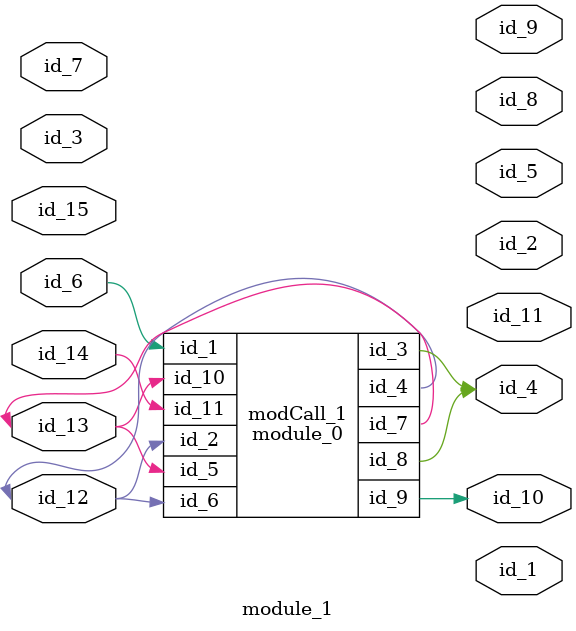
<source format=v>
module module_0 (
    id_1,
    id_2,
    id_3,
    id_4,
    id_5,
    id_6,
    id_7,
    id_8,
    id_9,
    id_10,
    id_11
);
  input wire id_11;
  input wire id_10;
  output wire id_9;
  output wire id_8;
  inout wire id_7;
  input wire id_6;
  input wire id_5;
  inout wire id_4;
  output wire id_3;
  input wire id_2;
  input wire id_1;
endmodule
module module_1 (
    id_1,
    id_2,
    id_3,
    id_4,
    id_5,
    id_6,
    id_7,
    id_8,
    id_9,
    id_10,
    id_11,
    id_12,
    id_13,
    id_14,
    id_15
);
  input wire id_15;
  input wire id_14;
  inout wire id_13;
  inout wire id_12;
  output wire id_11;
  output wire id_10;
  output wire id_9;
  output wire id_8;
  input wire id_7;
  input wire id_6;
  output wire id_5;
  output wire id_4;
  inout wire id_3;
  output wire id_2;
  output wire id_1;
  module_0 modCall_1 (
      id_6,
      id_12,
      id_4,
      id_12,
      id_13,
      id_12,
      id_13,
      id_4,
      id_10,
      id_13,
      id_14
  );
  wire id_16;
  wire id_17;
endmodule

</source>
